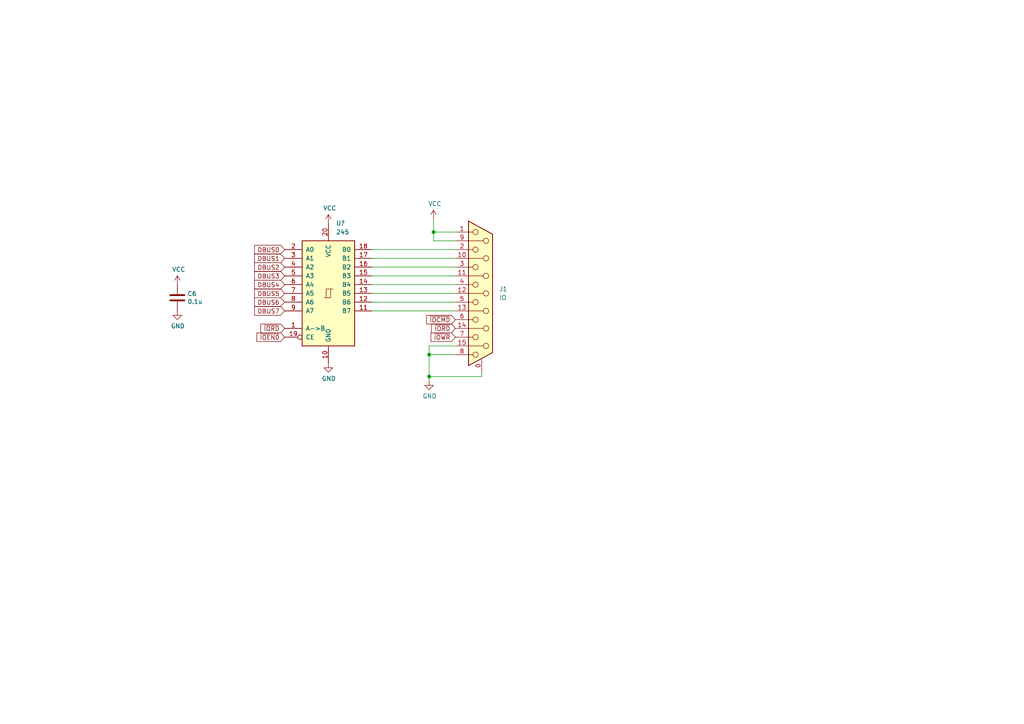
<source format=kicad_sch>
(kicad_sch (version 20230121) (generator eeschema)
  (paper "A4")
  (lib_symbols
    (symbol "74xx:74LS245" (pin_names (offset 1.016))
      (property "Reference" "U" (at -7.62 16.51 0))
      (property "Value" "74LS245" (at -7.62 -16.51 0))
      (symbol "74LS245_1_0"
        (polyline (pts (xy -0.635 -1.27) (xy -0.635 1.27) (xy 0.635 1.27)))
        (polyline (pts (xy -1.27 -1.27) (xy 0.635 -1.27) (xy 0.635 1.27) (xy 1.27 1.27)))
        (pin input line (at -12.7 -10.16 0) (length 5.08) (name "A->B") (number "1"))
        (pin power_in line (at 0 -20.32 90) (length 5.08) (name "GND") (number "10"))
        (pin tri_state line (at 12.7 -5.08 180) (length 5.08) (name "B7") (number "11"))
        (pin tri_state line (at 12.7 -2.54 180) (length 5.08) (name "B6") (number "12"))
        (pin tri_state line (at 12.7 0 180) (length 5.08) (name "B5") (number "13"))
        (pin tri_state line (at 12.7 2.54 180) (length 5.08) (name "B4") (number "14"))
        (pin tri_state line (at 12.7 5.08 180) (length 5.08) (name "B3") (number "15"))
        (pin tri_state line (at 12.7 7.62 180) (length 5.08) (name "B2") (number "16"))
        (pin tri_state line (at 12.7 10.16 180) (length 5.08) (name "B1") (number "17"))
        (pin tri_state line (at 12.7 12.7 180) (length 5.08) (name "B0") (number "18"))
        (pin input inverted (at -12.7 -12.7 0) (length 5.08) (name "CE") (number "19"))
        (pin tri_state line (at -12.7 12.7 0) (length 5.08) (name "A0") (number "2"))
        (pin power_in line (at 0 20.32 270) (length 5.08) (name "VCC") (number "20"))
        (pin tri_state line (at -12.7 10.16 0) (length 5.08) (name "A1") (number "3"))
        (pin tri_state line (at -12.7 7.62 0) (length 5.08) (name "A2") (number "4"))
        (pin tri_state line (at -12.7 5.08 0) (length 5.08) (name "A3") (number "5"))
        (pin tri_state line (at -12.7 2.54 0) (length 5.08) (name "A4") (number "6"))
        (pin tri_state line (at -12.7 0 0) (length 5.08) (name "A5") (number "7"))
        (pin tri_state line (at -12.7 -2.54 0) (length 5.08) (name "A6") (number "8"))
        (pin tri_state line (at -12.7 -5.08 0) (length 5.08) (name "A7") (number "9"))
      )
      (symbol "74LS245_1_1"
        (rectangle (start -7.62 15.24) (end 7.62 -15.24) (stroke (width 0.254)) (fill (type background)))
      )
    )
    (symbol "Connector:DA15_Receptacle_MountingHoles" (pin_names (offset 1.016) hide)
      (property "Reference" "J" (at 0 24.13 0))
      (property "Value" "DA15_Receptacle_MountingHoles" (at 0 22.225 0))
      (symbol "DA15_Receptacle_MountingHoles_0_1"
        (circle (center -1.778 -17.78) (radius 0.762))
        (circle (center -1.778 -12.7) (radius 0.762))
        (circle (center -1.778 -7.62) (radius 0.762))
        (circle (center -1.778 -2.54) (radius 0.762))
        (circle (center -1.778 2.54) (radius 0.762))
        (circle (center -1.778 7.62) (radius 0.762))
        (circle (center -1.778 12.7) (radius 0.762))
        (circle (center -1.778 17.78) (radius 0.762))
        (polyline (pts (xy -3.81 -17.78) (xy -2.54 -17.78)))
        (polyline (pts (xy -3.81 -15.24) (xy 0.508 -15.24)))
        (polyline (pts (xy -3.81 -12.7) (xy -2.54 -12.7)))
        (polyline (pts (xy -3.81 -10.16) (xy 0.508 -10.16)))
        (polyline (pts (xy -3.81 -7.62) (xy -2.54 -7.62)))
        (polyline (pts (xy -3.81 -5.08) (xy 0.508 -5.08)))
        (polyline (pts (xy -3.81 -2.54) (xy -2.54 -2.54)))
        (polyline (pts (xy -3.81 0) (xy 0.508 0)))
        (polyline (pts (xy -3.81 2.54) (xy -2.54 2.54)))
        (polyline (pts (xy -3.81 5.08) (xy 0.508 5.08)))
        (polyline (pts (xy -3.81 7.62) (xy -2.54 7.62)))
        (polyline (pts (xy -3.81 10.16) (xy 0.508 10.16)))
        (polyline (pts (xy -3.81 12.7) (xy -2.54 12.7)))
        (polyline (pts (xy -3.81 15.24) (xy 0.508 15.24)))
        (polyline (pts (xy -3.81 17.78) (xy -2.54 17.78)))
        (polyline (pts (xy -3.81 20.955) (xy 3.175 17.145) (xy 3.175 -17.145) (xy -3.81 -20.955) (xy -3.81 20.955)) (stroke (width 0.254)) (fill (type background)))
        (circle (center 1.27 -15.24) (radius 0.762))
        (circle (center 1.27 -10.16) (radius 0.762))
        (circle (center 1.27 -5.08) (radius 0.762))
        (circle (center 1.27 0) (radius 0.762))
        (circle (center 1.27 5.08) (radius 0.762))
        (circle (center 1.27 10.16) (radius 0.762))
        (circle (center 1.27 15.24) (radius 0.762))
      )
      (symbol "DA15_Receptacle_MountingHoles_1_1"
        (pin passive line (at 0 -22.86 90) (length 3.81) (name "PAD") (number "0"))
        (pin passive line (at -7.62 17.78 0) (length 3.81) (name "1") (number "1"))
        (pin passive line (at -7.62 10.16 0) (length 3.81) (name "P10") (number "10"))
        (pin passive line (at -7.62 5.08 0) (length 3.81) (name "P111") (number "11"))
        (pin passive line (at -7.62 0 0) (length 3.81) (name "P12") (number "12"))
        (pin passive line (at -7.62 -5.08 0) (length 3.81) (name "P13") (number "13"))
        (pin passive line (at -7.62 -10.16 0) (length 3.81) (name "P14") (number "14"))
        (pin passive line (at -7.62 -15.24 0) (length 3.81) (name "P15") (number "15"))
        (pin passive line (at -7.62 12.7 0) (length 3.81) (name "2") (number "2"))
        (pin passive line (at -7.62 7.62 0) (length 3.81) (name "3") (number "3"))
        (pin passive line (at -7.62 2.54 0) (length 3.81) (name "4") (number "4"))
        (pin passive line (at -7.62 -2.54 0) (length 3.81) (name "5") (number "5"))
        (pin passive line (at -7.62 -7.62 0) (length 3.81) (name "6") (number "6"))
        (pin passive line (at -7.62 -12.7 0) (length 3.81) (name "7") (number "7"))
        (pin passive line (at -7.62 -17.78 0) (length 3.81) (name "8") (number "8"))
        (pin passive line (at -7.62 15.24 0) (length 3.81) (name "P9") (number "9"))
      )
    )
    (symbol "Device:C" (pin_numbers hide) (pin_names (offset 0.254))
      (property "Reference" "C" (at 0.635 2.54 0))
      (property "Value" "C" (at 0.635 -2.54 0))
      (symbol "C_0_1"
        (polyline (pts (xy -2.032 -0.762) (xy 2.032 -0.762)) (stroke (width 0.508)))
        (polyline (pts (xy -2.032 0.762) (xy 2.032 0.762)) (stroke (width 0.508)))
      )
      (symbol "C_1_1"
        (pin passive line (at 0 3.81 270) (length 2.794) (name "~") (number "1"))
        (pin passive line (at 0 -3.81 90) (length 2.794) (name "~") (number "2"))
      )
    )
    (symbol "power:GND" (power) (pin_names (offset 0))
      (property "Value" "GND" (at 0 -3.81 0))
      (symbol "GND_0_1"
        (polyline (pts (xy 0 0) (xy 0 -1.27) (xy 1.27 -1.27) (xy 0 -2.54) (xy -1.27 -1.27) (xy 0 -1.27)))
      )
      (symbol "GND_1_1"
        (pin power_in line (at 0 0 270) (length 0) hide (name "GND") (number "1"))
      )
    )
    (symbol "power:VCC" (power) (pin_names (offset 0))
      (property "Value" "VCC" (at 0 3.81 0))
      (symbol "VCC_0_1"
        (polyline (pts (xy -0.762 1.27) (xy 0 2.54)))
        (polyline (pts (xy 0 0) (xy 0 2.54)))
        (polyline (pts (xy 0 2.54) (xy 0.762 1.27)))
      )
      (symbol "VCC_1_1"
        (pin power_in line (at 0 0 90) (length 0) hide (name "VCC") (number "1"))
      )
    )
  )
  (junction (at 124.46 102.87))
  (junction (at 124.46 109.22))
  (junction (at 125.73 67.31))
  (wire (pts (xy 132.08 69.85) (xy 125.73 69.85)))
  (wire (pts (xy 107.95 74.93) (xy 132.08 74.93)))
  (wire (pts (xy 107.95 85.09) (xy 132.08 85.09)))
  (wire (pts (xy 124.46 102.87) (xy 124.46 109.22)))
  (wire (pts (xy 132.08 102.87) (xy 124.46 102.87)))
  (wire (pts (xy 107.95 90.17) (xy 132.08 90.17)))
  (wire (pts (xy 107.95 80.01) (xy 132.08 80.01)))
  (wire (pts (xy 107.95 82.55) (xy 132.08 82.55)))
  (wire (pts (xy 125.73 63.5) (xy 125.73 67.31)))
  (wire (pts (xy 107.95 77.47) (xy 132.08 77.47)))
  (wire (pts (xy 125.73 69.85) (xy 125.73 67.31)))
  (wire (pts (xy 139.7 107.95) (xy 139.7 109.22)))
  (wire (pts (xy 125.73 67.31) (xy 132.08 67.31)))
  (wire (pts (xy 107.95 87.63) (xy 132.08 87.63)))
  (wire (pts (xy 107.95 72.39) (xy 132.08 72.39)))
  (wire (pts (xy 139.7 109.22) (xy 124.46 109.22)))
  (wire (pts (xy 132.08 100.33) (xy 124.46 100.33)))
  (wire (pts (xy 124.46 109.22) (xy 124.46 110.49)))
  (wire (pts (xy 124.46 100.33) (xy 124.46 102.87)))
  (global_label "~{IOCMD}" (shape input) (at 132.08 92.71 180) (property "Intersheetrefs" "${INTERSHEET_REFS}" (effects hide)))
  (global_label "DBUS4" (shape input) (at 82.55 82.55 180) (property "Intersheetrefs" "${INTERSHEET_REFS}" (effects hide)))
  (global_label "DBUS3" (shape input) (at 82.55 80.01 180) (property "Intersheetrefs" "${INTERSHEET_REFS}" (effects hide)))
  (global_label "~{IORD}" (shape input) (at 132.08 95.25 180) (property "Intersheetrefs" "${INTERSHEET_REFS}" (effects hide)))
  (global_label "DBUS0" (shape input) (at 82.55 72.39 180) (property "Intersheetrefs" "${INTERSHEET_REFS}" (effects hide)))
  (global_label "~{IOEN0}" (shape input) (at 82.55 97.79 180) (property "Intersheetrefs" "${INTERSHEET_REFS}" (effects hide)))
  (global_label "~{IORD}" (shape input) (at 82.55 95.25 180) (property "Intersheetrefs" "${INTERSHEET_REFS}" (effects hide)))
  (global_label "DBUS6" (shape input) (at 82.55 87.63 180) (property "Intersheetrefs" "${INTERSHEET_REFS}" (effects hide)))
  (global_label "DBUS5" (shape input) (at 82.55 85.09 180) (property "Intersheetrefs" "${INTERSHEET_REFS}" (effects hide)))
  (global_label "~{IOWR}" (shape input) (at 132.08 97.79 180) (property "Intersheetrefs" "${INTERSHEET_REFS}" (effects hide)))
  (global_label "DBUS7" (shape input) (at 82.55 90.17 180) (property "Intersheetrefs" "${INTERSHEET_REFS}" (effects hide)))
  (global_label "DBUS2" (shape input) (at 82.55 77.47 180) (property "Intersheetrefs" "${INTERSHEET_REFS}" (effects hide)))
  (global_label "DBUS1" (shape input) (at 82.55 74.93 180) (property "Intersheetrefs" "${INTERSHEET_REFS}" (effects hide)))
  (symbol (lib_id "power:GND") (at 51.435 90.17 0) (unit 1)
    (property "Reference" "#PWR013" (effects hide))
    (property "Value" "GND" (at 51.562 94.5642 0))
    (instances (project "q2a" (path "" (reference "#PWR013") (unit 1)) (path "" (reference "#PWR027") (unit 1)) (path "" (reference "#PWR041") (unit 1)) (path "" (reference "#PWR055") (unit 1)) (path "" (reference "#PWR069") (unit 1)) (path "" (reference "#PWR083") (unit 1)) (path "" (reference "#PWR?") (unit 1)) (path "" (reference "#PWR034") (unit 1)) (path "" (reference "#PWR062") (unit 1)) (path "" (reference "#PWR090") (unit 1)) (path "" (reference "#PWR020") (unit 1)) (path "" (reference "#PWR076") (unit 1)) (path "" (reference "#PWR048") (unit 1)) (path "" (reference "#PWR0123") (unit 1))))
  )
  (symbol (lib_id "power:VCC") (at 125.73 63.5 0) (unit 1)
    (property "Reference" "#PWR0103" (effects hide))
    (property "Value" "VCC" (at 126.111 59.1058 0))
    (instances (project "terminal" (path "" (reference "#PWR0103") (unit 1))) (project "q2a" (path "" (reference "#PWR?") (unit 1)) (path "" (reference "#PWR0127") (unit 1))))
  )
  (symbol (lib_id "power:VCC") (at 95.25 64.77 0) (unit 1)
    (property "Reference" "#PWR?" (effects hide))
    (property "Value" "VCC" (at 95.631 60.3758 0))
    (instances (project "q2a" (path "" (reference "#PWR?") (unit 1)) (path "" (reference "#PWR0124") (unit 1))))
  )
  (symbol (lib_id "Connector:DA15_Receptacle_MountingHoles") (at 139.7 85.09 0) (unit 1)
    (property "Reference" "J1" (at 144.78 83.82 0) (effects (justify left)))
    (property "Value" "IO" (at 144.78 86.36 0) (effects (justify left)))
    (property "Footprint" "Connector_Dsub:DSUB-15_Female_Horizontal_P2.77x2.84mm_EdgePinOffset7.70mm_Housed_MountingHolesOffset9.12mm" (effects hide))
    (property "Datasheet" " ~" (effects hide))
    (instances (project "terminal" (path "" (reference "J1") (unit 1))) (project "q2a" (path "" (reference "J?") (unit 1)) (path "" (reference "J2") (unit 1))))
  )
  (symbol (lib_id "power:VCC") (at 51.435 82.55 0) (unit 1)
    (property "Reference" "#PWR012" (effects hide))
    (property "Value" "VCC" (at 51.816 78.1558 0))
    (instances (project "q2a" (path "" (reference "#PWR012") (unit 1)) (path "" (reference "#PWR026") (unit 1)) (path "" (reference "#PWR040") (unit 1)) (path "" (reference "#PWR054") (unit 1)) (path "" (reference "#PWR068") (unit 1)) (path "" (reference "#PWR082") (unit 1)) (path "" (reference "#PWR?") (unit 1)) (path "" (reference "#PWR033") (unit 1)) (path "" (reference "#PWR061") (unit 1)) (path "" (reference "#PWR089") (unit 1)) (path "" (reference "#PWR019") (unit 1)) (path "" (reference "#PWR075") (unit 1)) (path "" (reference "#PWR047") (unit 1)) (path "" (reference "#PWR0122") (unit 1))))
  )
  (symbol (lib_id "power:GND") (at 95.25 105.41 0) (unit 1)
    (property "Reference" "#PWR?" (effects hide))
    (property "Value" "GND" (at 95.377 109.8042 0))
    (instances (project "q2a" (path "" (reference "#PWR?") (unit 1)) (path "" (reference "#PWR0125") (unit 1))))
  )
  (symbol (lib_id "power:GND") (at 124.46 110.49 0) (unit 1)
    (property "Reference" "#PWR?" (effects hide))
    (property "Value" "GND" (at 124.587 114.8842 0))
    (instances (project "terminal" (path "" (reference "#PWR?") (unit 1))) (project "q2a" (path "" (reference "#PWR?") (unit 1)) (path "" (reference "#PWR?") (unit 1)) (path "" (reference "#PWR?") (unit 1)) (path "" (reference "#PWR?") (unit 1)) (path "" (reference "#PWR?") (unit 1)) (path "" (reference "#PWR?") (unit 1)) (path "" (reference "#PWR?") (unit 1)) (path "" (reference "#PWR?") (unit 1)) (path "" (reference "#PWR?") (unit 1)) (path "" (reference "#PWR?") (unit 1)) (path "" (reference "#PWR?") (unit 1)) (path "" (reference "#PWR?") (unit 1)) (path "" (reference "#PWR?") (unit 1)) (path "" (reference "#PWR0126") (unit 1))))
  )
  (symbol (lib_id "74xx:74LS245") (at 95.25 85.09 0) (unit 1)
    (property "Reference" "U?" (at 97.4441 64.77 0) (effects (justify left)))
    (property "Value" "245" (at 97.4441 67.31 0) (effects (justify left)))
    (property "Footprint" "Package_DIP:DIP-20_W7.62mm_Socket" (effects hide))
    (property "Datasheet" "http://www.ti.com/lit/gpn/sn74LS245" (effects hide))
    (instances (project "q2a" (path "" (reference "U?") (unit 1)) (path "" (reference "U18") (unit 1))))
  )
  (symbol (lib_id "Device:C") (at 51.435 86.36 0) (unit 1)
    (property "Reference" "C6" (at 54.356 85.1916 0) (effects (justify left)))
    (property "Value" "0.1u" (at 54.356 87.503 0) (effects (justify left)))
    (property "Footprint" "Capacitor_THT:C_Disc_D5.0mm_W2.5mm_P2.50mm" (effects hide))
    (instances (project "q2a" (path "" (reference "C6") (unit 1)) (path "" (reference "C8") (unit 1)) (path "" (reference "C10") (unit 1)) (path "" (reference "C12") (unit 1)) (path "" (reference "C14") (unit 1)) (path "" (reference "C16") (unit 1)) (path "" (reference "C7") (unit 1)) (path "" (reference "C11") (unit 1)) (path "" (reference "C15") (unit 1)) (path "" (reference "C5") (unit 1)) (path "" (reference "C13") (unit 1)) (path "" (reference "C9") (unit 1)) (path "" (reference "C?") (unit 1)) (path "" (reference "C26") (unit 1))))
  )
)
</source>
